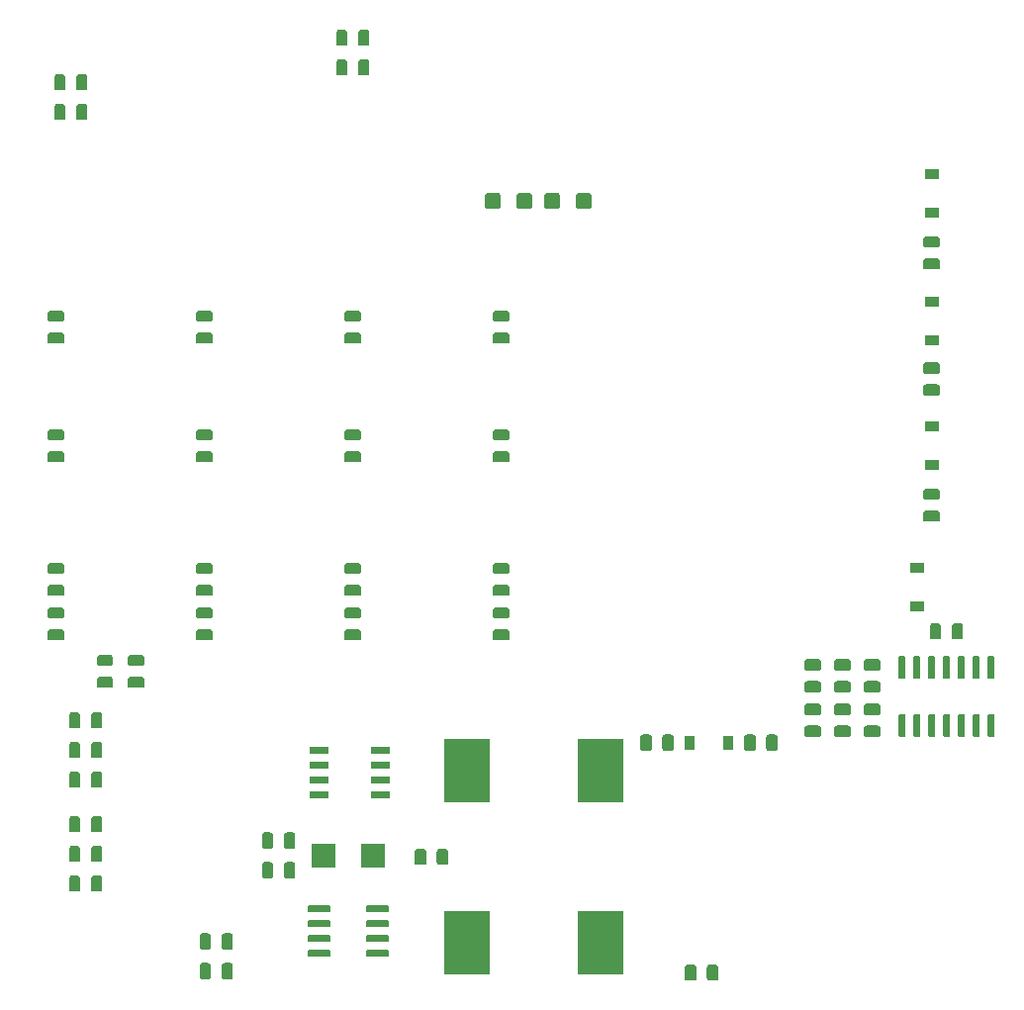
<source format=gtp>
G04 #@! TF.GenerationSoftware,KiCad,Pcbnew,5.99.0-unknown-43514a1~86~ubuntu18.04.1*
G04 #@! TF.CreationDate,2020-06-17T19:02:55+01:00*
G04 #@! TF.ProjectId,TX_BOARD,54585f42-4f41-4524-942e-6b696361645f,rev?*
G04 #@! TF.SameCoordinates,Original*
G04 #@! TF.FileFunction,Paste,Top*
G04 #@! TF.FilePolarity,Positive*
%FSLAX46Y46*%
G04 Gerber Fmt 4.6, Leading zero omitted, Abs format (unit mm)*
G04 Created by KiCad (PCBNEW 5.99.0-unknown-43514a1~86~ubuntu18.04.1) date 2020-06-17 19:02:55*
%MOMM*%
%LPD*%
G01*
G04 APERTURE LIST*
%ADD10R,1.200000X0.900000*%
%ADD11R,2.000000X2.000000*%
%ADD12R,4.000000X5.400000*%
%ADD13R,0.900000X1.200000*%
G04 APERTURE END LIST*
G36*
X112780529Y-145241554D02*
G01*
X112859607Y-145294393D01*
X112912446Y-145373471D01*
X112931000Y-145466750D01*
X112931000Y-146379250D01*
X112912446Y-146472529D01*
X112859607Y-146551607D01*
X112780529Y-146604446D01*
X112687250Y-146623000D01*
X112199750Y-146623000D01*
X112106471Y-146604446D01*
X112027393Y-146551607D01*
X111974554Y-146472529D01*
X111956000Y-146379250D01*
X111956000Y-145466750D01*
X111974554Y-145373471D01*
X112027393Y-145294393D01*
X112106471Y-145241554D01*
X112199750Y-145223000D01*
X112687250Y-145223000D01*
X112780529Y-145241554D01*
G37*
G36*
X110905529Y-145241554D02*
G01*
X110984607Y-145294393D01*
X111037446Y-145373471D01*
X111056000Y-145466750D01*
X111056000Y-146379250D01*
X111037446Y-146472529D01*
X110984607Y-146551607D01*
X110905529Y-146604446D01*
X110812250Y-146623000D01*
X110324750Y-146623000D01*
X110231471Y-146604446D01*
X110152393Y-146551607D01*
X110099554Y-146472529D01*
X110081000Y-146379250D01*
X110081000Y-145466750D01*
X110099554Y-145373471D01*
X110152393Y-145294393D01*
X110231471Y-145241554D01*
X110324750Y-145223000D01*
X110812250Y-145223000D01*
X110905529Y-145241554D01*
G37*
G36*
X112780529Y-142701554D02*
G01*
X112859607Y-142754393D01*
X112912446Y-142833471D01*
X112931000Y-142926750D01*
X112931000Y-143839250D01*
X112912446Y-143932529D01*
X112859607Y-144011607D01*
X112780529Y-144064446D01*
X112687250Y-144083000D01*
X112199750Y-144083000D01*
X112106471Y-144064446D01*
X112027393Y-144011607D01*
X111974554Y-143932529D01*
X111956000Y-143839250D01*
X111956000Y-142926750D01*
X111974554Y-142833471D01*
X112027393Y-142754393D01*
X112106471Y-142701554D01*
X112199750Y-142683000D01*
X112687250Y-142683000D01*
X112780529Y-142701554D01*
G37*
G36*
X110905529Y-142701554D02*
G01*
X110984607Y-142754393D01*
X111037446Y-142833471D01*
X111056000Y-142926750D01*
X111056000Y-143839250D01*
X111037446Y-143932529D01*
X110984607Y-144011607D01*
X110905529Y-144064446D01*
X110812250Y-144083000D01*
X110324750Y-144083000D01*
X110231471Y-144064446D01*
X110152393Y-144011607D01*
X110099554Y-143932529D01*
X110081000Y-143839250D01*
X110081000Y-142926750D01*
X110099554Y-142833471D01*
X110152393Y-142754393D01*
X110231471Y-142701554D01*
X110324750Y-142683000D01*
X110812250Y-142683000D01*
X110905529Y-142701554D01*
G37*
G36*
X175264529Y-116158554D02*
G01*
X175343607Y-116211393D01*
X175396446Y-116290471D01*
X175415000Y-116383750D01*
X175415000Y-117296250D01*
X175396446Y-117389529D01*
X175343607Y-117468607D01*
X175264529Y-117521446D01*
X175171250Y-117540000D01*
X174683750Y-117540000D01*
X174590471Y-117521446D01*
X174511393Y-117468607D01*
X174458554Y-117389529D01*
X174440000Y-117296250D01*
X174440000Y-116383750D01*
X174458554Y-116290471D01*
X174511393Y-116211393D01*
X174590471Y-116158554D01*
X174683750Y-116140000D01*
X175171250Y-116140000D01*
X175264529Y-116158554D01*
G37*
G36*
X173389529Y-116158554D02*
G01*
X173468607Y-116211393D01*
X173521446Y-116290471D01*
X173540000Y-116383750D01*
X173540000Y-117296250D01*
X173521446Y-117389529D01*
X173468607Y-117468607D01*
X173389529Y-117521446D01*
X173296250Y-117540000D01*
X172808750Y-117540000D01*
X172715471Y-117521446D01*
X172636393Y-117468607D01*
X172583554Y-117389529D01*
X172565000Y-117296250D01*
X172565000Y-116383750D01*
X172583554Y-116290471D01*
X172636393Y-116211393D01*
X172715471Y-116158554D01*
X172808750Y-116140000D01*
X173296250Y-116140000D01*
X173389529Y-116158554D01*
G37*
D10*
X172720001Y-81025000D03*
X172720001Y-77725000D03*
G36*
X126293404Y-126711418D02*
G01*
X126342067Y-126743934D01*
X126374583Y-126792597D01*
X126386001Y-126850000D01*
X126386001Y-127150000D01*
X126374583Y-127207403D01*
X126342067Y-127256066D01*
X126293404Y-127288582D01*
X126236001Y-127300000D01*
X124886001Y-127300000D01*
X124828598Y-127288582D01*
X124779935Y-127256066D01*
X124747419Y-127207403D01*
X124736001Y-127150000D01*
X124736001Y-126850000D01*
X124747419Y-126792597D01*
X124779935Y-126743934D01*
X124828598Y-126711418D01*
X124886001Y-126700000D01*
X126236001Y-126700000D01*
X126293404Y-126711418D01*
G37*
G36*
X126293404Y-127981418D02*
G01*
X126342067Y-128013934D01*
X126374583Y-128062597D01*
X126386001Y-128120000D01*
X126386001Y-128420000D01*
X126374583Y-128477403D01*
X126342067Y-128526066D01*
X126293404Y-128558582D01*
X126236001Y-128570000D01*
X124886001Y-128570000D01*
X124828598Y-128558582D01*
X124779935Y-128526066D01*
X124747419Y-128477403D01*
X124736001Y-128420000D01*
X124736001Y-128120000D01*
X124747419Y-128062597D01*
X124779935Y-128013934D01*
X124828598Y-127981418D01*
X124886001Y-127970000D01*
X126236001Y-127970000D01*
X126293404Y-127981418D01*
G37*
G36*
X126293404Y-129251418D02*
G01*
X126342067Y-129283934D01*
X126374583Y-129332597D01*
X126386001Y-129390000D01*
X126386001Y-129690000D01*
X126374583Y-129747403D01*
X126342067Y-129796066D01*
X126293404Y-129828582D01*
X126236001Y-129840000D01*
X124886001Y-129840000D01*
X124828598Y-129828582D01*
X124779935Y-129796066D01*
X124747419Y-129747403D01*
X124736001Y-129690000D01*
X124736001Y-129390000D01*
X124747419Y-129332597D01*
X124779935Y-129283934D01*
X124828598Y-129251418D01*
X124886001Y-129240000D01*
X126236001Y-129240000D01*
X126293404Y-129251418D01*
G37*
G36*
X126293404Y-130521418D02*
G01*
X126342067Y-130553934D01*
X126374583Y-130602597D01*
X126386001Y-130660000D01*
X126386001Y-130960000D01*
X126374583Y-131017403D01*
X126342067Y-131066066D01*
X126293404Y-131098582D01*
X126236001Y-131110000D01*
X124886001Y-131110000D01*
X124828598Y-131098582D01*
X124779935Y-131066066D01*
X124747419Y-131017403D01*
X124736001Y-130960000D01*
X124736001Y-130660000D01*
X124747419Y-130602597D01*
X124779935Y-130553934D01*
X124828598Y-130521418D01*
X124886001Y-130510000D01*
X126236001Y-130510000D01*
X126293404Y-130521418D01*
G37*
G36*
X121043404Y-130521418D02*
G01*
X121092067Y-130553934D01*
X121124583Y-130602597D01*
X121136001Y-130660000D01*
X121136001Y-130960000D01*
X121124583Y-131017403D01*
X121092067Y-131066066D01*
X121043404Y-131098582D01*
X120986001Y-131110000D01*
X119636001Y-131110000D01*
X119578598Y-131098582D01*
X119529935Y-131066066D01*
X119497419Y-131017403D01*
X119486001Y-130960000D01*
X119486001Y-130660000D01*
X119497419Y-130602597D01*
X119529935Y-130553934D01*
X119578598Y-130521418D01*
X119636001Y-130510000D01*
X120986001Y-130510000D01*
X121043404Y-130521418D01*
G37*
G36*
X121043404Y-129251418D02*
G01*
X121092067Y-129283934D01*
X121124583Y-129332597D01*
X121136001Y-129390000D01*
X121136001Y-129690000D01*
X121124583Y-129747403D01*
X121092067Y-129796066D01*
X121043404Y-129828582D01*
X120986001Y-129840000D01*
X119636001Y-129840000D01*
X119578598Y-129828582D01*
X119529935Y-129796066D01*
X119497419Y-129747403D01*
X119486001Y-129690000D01*
X119486001Y-129390000D01*
X119497419Y-129332597D01*
X119529935Y-129283934D01*
X119578598Y-129251418D01*
X119636001Y-129240000D01*
X120986001Y-129240000D01*
X121043404Y-129251418D01*
G37*
G36*
X121043404Y-127981418D02*
G01*
X121092067Y-128013934D01*
X121124583Y-128062597D01*
X121136001Y-128120000D01*
X121136001Y-128420000D01*
X121124583Y-128477403D01*
X121092067Y-128526066D01*
X121043404Y-128558582D01*
X120986001Y-128570000D01*
X119636001Y-128570000D01*
X119578598Y-128558582D01*
X119529935Y-128526066D01*
X119497419Y-128477403D01*
X119486001Y-128420000D01*
X119486001Y-128120000D01*
X119497419Y-128062597D01*
X119529935Y-128013934D01*
X119578598Y-127981418D01*
X119636001Y-127970000D01*
X120986001Y-127970000D01*
X121043404Y-127981418D01*
G37*
G36*
X121043404Y-126711418D02*
G01*
X121092067Y-126743934D01*
X121124583Y-126792597D01*
X121136001Y-126850000D01*
X121136001Y-127150000D01*
X121124583Y-127207403D01*
X121092067Y-127256066D01*
X121043404Y-127288582D01*
X120986001Y-127300000D01*
X119636001Y-127300000D01*
X119578598Y-127288582D01*
X119529935Y-127256066D01*
X119497419Y-127207403D01*
X119486001Y-127150000D01*
X119486001Y-126850000D01*
X119497419Y-126792597D01*
X119529935Y-126743934D01*
X119578598Y-126711418D01*
X119636001Y-126700000D01*
X120986001Y-126700000D01*
X121043404Y-126711418D01*
G37*
G36*
X118114530Y-134065554D02*
G01*
X118193608Y-134118393D01*
X118246447Y-134197471D01*
X118265001Y-134290750D01*
X118265001Y-135203250D01*
X118246447Y-135296529D01*
X118193608Y-135375607D01*
X118114530Y-135428446D01*
X118021251Y-135447000D01*
X117533751Y-135447000D01*
X117440472Y-135428446D01*
X117361394Y-135375607D01*
X117308555Y-135296529D01*
X117290001Y-135203250D01*
X117290001Y-134290750D01*
X117308555Y-134197471D01*
X117361394Y-134118393D01*
X117440472Y-134065554D01*
X117533751Y-134047000D01*
X118021251Y-134047000D01*
X118114530Y-134065554D01*
G37*
G36*
X116239530Y-134065554D02*
G01*
X116318608Y-134118393D01*
X116371447Y-134197471D01*
X116390001Y-134290750D01*
X116390001Y-135203250D01*
X116371447Y-135296529D01*
X116318608Y-135375607D01*
X116239530Y-135428446D01*
X116146251Y-135447000D01*
X115658751Y-135447000D01*
X115565472Y-135428446D01*
X115486394Y-135375607D01*
X115433555Y-135296529D01*
X115415001Y-135203250D01*
X115415001Y-134290750D01*
X115433555Y-134197471D01*
X115486394Y-134118393D01*
X115565472Y-134065554D01*
X115658751Y-134047000D01*
X116146251Y-134047000D01*
X116239530Y-134065554D01*
G37*
G36*
X118114530Y-136605554D02*
G01*
X118193608Y-136658393D01*
X118246447Y-136737471D01*
X118265001Y-136830750D01*
X118265001Y-137743250D01*
X118246447Y-137836529D01*
X118193608Y-137915607D01*
X118114530Y-137968446D01*
X118021251Y-137987000D01*
X117533751Y-137987000D01*
X117440472Y-137968446D01*
X117361394Y-137915607D01*
X117308555Y-137836529D01*
X117290001Y-137743250D01*
X117290001Y-136830750D01*
X117308555Y-136737471D01*
X117361394Y-136658393D01*
X117440472Y-136605554D01*
X117533751Y-136587000D01*
X118021251Y-136587000D01*
X118114530Y-136605554D01*
G37*
G36*
X116239530Y-136605554D02*
G01*
X116318608Y-136658393D01*
X116371447Y-136737471D01*
X116390001Y-136830750D01*
X116390001Y-137743250D01*
X116371447Y-137836529D01*
X116318608Y-137915607D01*
X116239530Y-137968446D01*
X116146251Y-137987000D01*
X115658751Y-137987000D01*
X115565472Y-137968446D01*
X115486394Y-137915607D01*
X115433555Y-137836529D01*
X115415001Y-137743250D01*
X115415001Y-136830750D01*
X115433555Y-136737471D01*
X115486394Y-136658393D01*
X115565472Y-136605554D01*
X115658751Y-136587000D01*
X116146251Y-136587000D01*
X116239530Y-136605554D01*
G37*
D11*
X120709001Y-136017000D03*
X124909001Y-136017000D03*
D12*
X132934001Y-143510000D03*
X144434001Y-143510000D03*
X144434001Y-128778000D03*
X132934001Y-128778000D03*
G36*
X138420672Y-79354030D02*
G01*
X138501778Y-79408223D01*
X138555971Y-79489329D01*
X138575001Y-79584999D01*
X138575001Y-80435001D01*
X138555971Y-80530671D01*
X138501778Y-80611777D01*
X138420672Y-80665970D01*
X138325002Y-80685000D01*
X137425000Y-80685000D01*
X137329330Y-80665970D01*
X137248224Y-80611777D01*
X137194031Y-80530671D01*
X137175001Y-80435001D01*
X137175001Y-79584999D01*
X137194031Y-79489329D01*
X137248224Y-79408223D01*
X137329330Y-79354030D01*
X137425000Y-79335000D01*
X138325002Y-79335000D01*
X138420672Y-79354030D01*
G37*
G36*
X135720672Y-79354030D02*
G01*
X135801778Y-79408223D01*
X135855971Y-79489329D01*
X135875001Y-79584999D01*
X135875001Y-80435001D01*
X135855971Y-80530671D01*
X135801778Y-80611777D01*
X135720672Y-80665970D01*
X135625002Y-80685000D01*
X134725000Y-80685000D01*
X134629330Y-80665970D01*
X134548224Y-80611777D01*
X134494031Y-80530671D01*
X134475001Y-80435001D01*
X134475001Y-79584999D01*
X134494031Y-79489329D01*
X134548224Y-79408223D01*
X134629330Y-79354030D01*
X134725000Y-79335000D01*
X135625002Y-79335000D01*
X135720672Y-79354030D01*
G37*
G36*
X140800672Y-79354030D02*
G01*
X140881778Y-79408223D01*
X140935971Y-79489329D01*
X140955001Y-79584999D01*
X140955001Y-80435001D01*
X140935971Y-80530671D01*
X140881778Y-80611777D01*
X140800672Y-80665970D01*
X140705002Y-80685000D01*
X139805000Y-80685000D01*
X139709330Y-80665970D01*
X139628224Y-80611777D01*
X139574031Y-80530671D01*
X139555001Y-80435001D01*
X139555001Y-79584999D01*
X139574031Y-79489329D01*
X139628224Y-79408223D01*
X139709330Y-79354030D01*
X139805000Y-79335000D01*
X140705002Y-79335000D01*
X140800672Y-79354030D01*
G37*
G36*
X143500672Y-79354030D02*
G01*
X143581778Y-79408223D01*
X143635971Y-79489329D01*
X143655001Y-79584999D01*
X143655001Y-80435001D01*
X143635971Y-80530671D01*
X143581778Y-80611777D01*
X143500672Y-80665970D01*
X143405002Y-80685000D01*
X142505000Y-80685000D01*
X142409330Y-80665970D01*
X142328224Y-80611777D01*
X142274031Y-80530671D01*
X142255001Y-80435001D01*
X142255001Y-79584999D01*
X142274031Y-79489329D01*
X142328224Y-79408223D01*
X142409330Y-79354030D01*
X142505000Y-79335000D01*
X143405002Y-79335000D01*
X143500672Y-79354030D01*
G37*
G36*
X101604530Y-135208554D02*
G01*
X101683608Y-135261393D01*
X101736447Y-135340471D01*
X101755001Y-135433750D01*
X101755001Y-136346250D01*
X101736447Y-136439529D01*
X101683608Y-136518607D01*
X101604530Y-136571446D01*
X101511251Y-136590000D01*
X101023751Y-136590000D01*
X100930472Y-136571446D01*
X100851394Y-136518607D01*
X100798555Y-136439529D01*
X100780001Y-136346250D01*
X100780001Y-135433750D01*
X100798555Y-135340471D01*
X100851394Y-135261393D01*
X100930472Y-135208554D01*
X101023751Y-135190000D01*
X101511251Y-135190000D01*
X101604530Y-135208554D01*
G37*
G36*
X99729530Y-135208554D02*
G01*
X99808608Y-135261393D01*
X99861447Y-135340471D01*
X99880001Y-135433750D01*
X99880001Y-136346250D01*
X99861447Y-136439529D01*
X99808608Y-136518607D01*
X99729530Y-136571446D01*
X99636251Y-136590000D01*
X99148751Y-136590000D01*
X99055472Y-136571446D01*
X98976394Y-136518607D01*
X98923555Y-136439529D01*
X98905001Y-136346250D01*
X98905001Y-135433750D01*
X98923555Y-135340471D01*
X98976394Y-135261393D01*
X99055472Y-135208554D01*
X99148751Y-135190000D01*
X99636251Y-135190000D01*
X99729530Y-135208554D01*
G37*
G36*
X98339530Y-91273554D02*
G01*
X98418608Y-91326393D01*
X98471447Y-91405471D01*
X98490001Y-91498750D01*
X98490001Y-91986250D01*
X98471447Y-92079529D01*
X98418608Y-92158607D01*
X98339530Y-92211446D01*
X98246251Y-92230000D01*
X97333751Y-92230000D01*
X97240472Y-92211446D01*
X97161394Y-92158607D01*
X97108555Y-92079529D01*
X97090001Y-91986250D01*
X97090001Y-91498750D01*
X97108555Y-91405471D01*
X97161394Y-91326393D01*
X97240472Y-91273554D01*
X97333751Y-91255000D01*
X98246251Y-91255000D01*
X98339530Y-91273554D01*
G37*
G36*
X98339530Y-89398554D02*
G01*
X98418608Y-89451393D01*
X98471447Y-89530471D01*
X98490001Y-89623750D01*
X98490001Y-90111250D01*
X98471447Y-90204529D01*
X98418608Y-90283607D01*
X98339530Y-90336446D01*
X98246251Y-90355000D01*
X97333751Y-90355000D01*
X97240472Y-90336446D01*
X97161394Y-90283607D01*
X97108555Y-90204529D01*
X97090001Y-90111250D01*
X97090001Y-89623750D01*
X97108555Y-89530471D01*
X97161394Y-89451393D01*
X97240472Y-89398554D01*
X97333751Y-89380000D01*
X98246251Y-89380000D01*
X98339530Y-89398554D01*
G37*
G36*
X111039530Y-91273554D02*
G01*
X111118608Y-91326393D01*
X111171447Y-91405471D01*
X111190001Y-91498750D01*
X111190001Y-91986250D01*
X111171447Y-92079529D01*
X111118608Y-92158607D01*
X111039530Y-92211446D01*
X110946251Y-92230000D01*
X110033751Y-92230000D01*
X109940472Y-92211446D01*
X109861394Y-92158607D01*
X109808555Y-92079529D01*
X109790001Y-91986250D01*
X109790001Y-91498750D01*
X109808555Y-91405471D01*
X109861394Y-91326393D01*
X109940472Y-91273554D01*
X110033751Y-91255000D01*
X110946251Y-91255000D01*
X111039530Y-91273554D01*
G37*
G36*
X111039530Y-89398554D02*
G01*
X111118608Y-89451393D01*
X111171447Y-89530471D01*
X111190001Y-89623750D01*
X111190001Y-90111250D01*
X111171447Y-90204529D01*
X111118608Y-90283607D01*
X111039530Y-90336446D01*
X110946251Y-90355000D01*
X110033751Y-90355000D01*
X109940472Y-90336446D01*
X109861394Y-90283607D01*
X109808555Y-90204529D01*
X109790001Y-90111250D01*
X109790001Y-89623750D01*
X109808555Y-89530471D01*
X109861394Y-89451393D01*
X109940472Y-89398554D01*
X110033751Y-89380000D01*
X110946251Y-89380000D01*
X111039530Y-89398554D01*
G37*
G36*
X123739530Y-91273554D02*
G01*
X123818608Y-91326393D01*
X123871447Y-91405471D01*
X123890001Y-91498750D01*
X123890001Y-91986250D01*
X123871447Y-92079529D01*
X123818608Y-92158607D01*
X123739530Y-92211446D01*
X123646251Y-92230000D01*
X122733751Y-92230000D01*
X122640472Y-92211446D01*
X122561394Y-92158607D01*
X122508555Y-92079529D01*
X122490001Y-91986250D01*
X122490001Y-91498750D01*
X122508555Y-91405471D01*
X122561394Y-91326393D01*
X122640472Y-91273554D01*
X122733751Y-91255000D01*
X123646251Y-91255000D01*
X123739530Y-91273554D01*
G37*
G36*
X123739530Y-89398554D02*
G01*
X123818608Y-89451393D01*
X123871447Y-89530471D01*
X123890001Y-89623750D01*
X123890001Y-90111250D01*
X123871447Y-90204529D01*
X123818608Y-90283607D01*
X123739530Y-90336446D01*
X123646251Y-90355000D01*
X122733751Y-90355000D01*
X122640472Y-90336446D01*
X122561394Y-90283607D01*
X122508555Y-90204529D01*
X122490001Y-90111250D01*
X122490001Y-89623750D01*
X122508555Y-89530471D01*
X122561394Y-89451393D01*
X122640472Y-89398554D01*
X122733751Y-89380000D01*
X123646251Y-89380000D01*
X123739530Y-89398554D01*
G37*
G36*
X136439530Y-91273554D02*
G01*
X136518608Y-91326393D01*
X136571447Y-91405471D01*
X136590001Y-91498750D01*
X136590001Y-91986250D01*
X136571447Y-92079529D01*
X136518608Y-92158607D01*
X136439530Y-92211446D01*
X136346251Y-92230000D01*
X135433751Y-92230000D01*
X135340472Y-92211446D01*
X135261394Y-92158607D01*
X135208555Y-92079529D01*
X135190001Y-91986250D01*
X135190001Y-91498750D01*
X135208555Y-91405471D01*
X135261394Y-91326393D01*
X135340472Y-91273554D01*
X135433751Y-91255000D01*
X136346251Y-91255000D01*
X136439530Y-91273554D01*
G37*
G36*
X136439530Y-89398554D02*
G01*
X136518608Y-89451393D01*
X136571447Y-89530471D01*
X136590001Y-89623750D01*
X136590001Y-90111250D01*
X136571447Y-90204529D01*
X136518608Y-90283607D01*
X136439530Y-90336446D01*
X136346251Y-90355000D01*
X135433751Y-90355000D01*
X135340472Y-90336446D01*
X135261394Y-90283607D01*
X135208555Y-90204529D01*
X135190001Y-90111250D01*
X135190001Y-89623750D01*
X135208555Y-89530471D01*
X135261394Y-89451393D01*
X135340472Y-89398554D01*
X135433751Y-89380000D01*
X136346251Y-89380000D01*
X136439530Y-89398554D01*
G37*
G36*
X98339530Y-101433554D02*
G01*
X98418608Y-101486393D01*
X98471447Y-101565471D01*
X98490001Y-101658750D01*
X98490001Y-102146250D01*
X98471447Y-102239529D01*
X98418608Y-102318607D01*
X98339530Y-102371446D01*
X98246251Y-102390000D01*
X97333751Y-102390000D01*
X97240472Y-102371446D01*
X97161394Y-102318607D01*
X97108555Y-102239529D01*
X97090001Y-102146250D01*
X97090001Y-101658750D01*
X97108555Y-101565471D01*
X97161394Y-101486393D01*
X97240472Y-101433554D01*
X97333751Y-101415000D01*
X98246251Y-101415000D01*
X98339530Y-101433554D01*
G37*
G36*
X98339530Y-99558554D02*
G01*
X98418608Y-99611393D01*
X98471447Y-99690471D01*
X98490001Y-99783750D01*
X98490001Y-100271250D01*
X98471447Y-100364529D01*
X98418608Y-100443607D01*
X98339530Y-100496446D01*
X98246251Y-100515000D01*
X97333751Y-100515000D01*
X97240472Y-100496446D01*
X97161394Y-100443607D01*
X97108555Y-100364529D01*
X97090001Y-100271250D01*
X97090001Y-99783750D01*
X97108555Y-99690471D01*
X97161394Y-99611393D01*
X97240472Y-99558554D01*
X97333751Y-99540000D01*
X98246251Y-99540000D01*
X98339530Y-99558554D01*
G37*
G36*
X111039530Y-101433554D02*
G01*
X111118608Y-101486393D01*
X111171447Y-101565471D01*
X111190001Y-101658750D01*
X111190001Y-102146250D01*
X111171447Y-102239529D01*
X111118608Y-102318607D01*
X111039530Y-102371446D01*
X110946251Y-102390000D01*
X110033751Y-102390000D01*
X109940472Y-102371446D01*
X109861394Y-102318607D01*
X109808555Y-102239529D01*
X109790001Y-102146250D01*
X109790001Y-101658750D01*
X109808555Y-101565471D01*
X109861394Y-101486393D01*
X109940472Y-101433554D01*
X110033751Y-101415000D01*
X110946251Y-101415000D01*
X111039530Y-101433554D01*
G37*
G36*
X111039530Y-99558554D02*
G01*
X111118608Y-99611393D01*
X111171447Y-99690471D01*
X111190001Y-99783750D01*
X111190001Y-100271250D01*
X111171447Y-100364529D01*
X111118608Y-100443607D01*
X111039530Y-100496446D01*
X110946251Y-100515000D01*
X110033751Y-100515000D01*
X109940472Y-100496446D01*
X109861394Y-100443607D01*
X109808555Y-100364529D01*
X109790001Y-100271250D01*
X109790001Y-99783750D01*
X109808555Y-99690471D01*
X109861394Y-99611393D01*
X109940472Y-99558554D01*
X110033751Y-99540000D01*
X110946251Y-99540000D01*
X111039530Y-99558554D01*
G37*
G36*
X123739530Y-101433554D02*
G01*
X123818608Y-101486393D01*
X123871447Y-101565471D01*
X123890001Y-101658750D01*
X123890001Y-102146250D01*
X123871447Y-102239529D01*
X123818608Y-102318607D01*
X123739530Y-102371446D01*
X123646251Y-102390000D01*
X122733751Y-102390000D01*
X122640472Y-102371446D01*
X122561394Y-102318607D01*
X122508555Y-102239529D01*
X122490001Y-102146250D01*
X122490001Y-101658750D01*
X122508555Y-101565471D01*
X122561394Y-101486393D01*
X122640472Y-101433554D01*
X122733751Y-101415000D01*
X123646251Y-101415000D01*
X123739530Y-101433554D01*
G37*
G36*
X123739530Y-99558554D02*
G01*
X123818608Y-99611393D01*
X123871447Y-99690471D01*
X123890001Y-99783750D01*
X123890001Y-100271250D01*
X123871447Y-100364529D01*
X123818608Y-100443607D01*
X123739530Y-100496446D01*
X123646251Y-100515000D01*
X122733751Y-100515000D01*
X122640472Y-100496446D01*
X122561394Y-100443607D01*
X122508555Y-100364529D01*
X122490001Y-100271250D01*
X122490001Y-99783750D01*
X122508555Y-99690471D01*
X122561394Y-99611393D01*
X122640472Y-99558554D01*
X122733751Y-99540000D01*
X123646251Y-99540000D01*
X123739530Y-99558554D01*
G37*
G36*
X136439530Y-101433554D02*
G01*
X136518608Y-101486393D01*
X136571447Y-101565471D01*
X136590001Y-101658750D01*
X136590001Y-102146250D01*
X136571447Y-102239529D01*
X136518608Y-102318607D01*
X136439530Y-102371446D01*
X136346251Y-102390000D01*
X135433751Y-102390000D01*
X135340472Y-102371446D01*
X135261394Y-102318607D01*
X135208555Y-102239529D01*
X135190001Y-102146250D01*
X135190001Y-101658750D01*
X135208555Y-101565471D01*
X135261394Y-101486393D01*
X135340472Y-101433554D01*
X135433751Y-101415000D01*
X136346251Y-101415000D01*
X136439530Y-101433554D01*
G37*
G36*
X136439530Y-99558554D02*
G01*
X136518608Y-99611393D01*
X136571447Y-99690471D01*
X136590001Y-99783750D01*
X136590001Y-100271250D01*
X136571447Y-100364529D01*
X136518608Y-100443607D01*
X136439530Y-100496446D01*
X136346251Y-100515000D01*
X135433751Y-100515000D01*
X135340472Y-100496446D01*
X135261394Y-100443607D01*
X135208555Y-100364529D01*
X135190001Y-100271250D01*
X135190001Y-99783750D01*
X135208555Y-99690471D01*
X135261394Y-99611393D01*
X135340472Y-99558554D01*
X135433751Y-99540000D01*
X136346251Y-99540000D01*
X136439530Y-99558554D01*
G37*
G36*
X98339530Y-112863554D02*
G01*
X98418608Y-112916393D01*
X98471447Y-112995471D01*
X98490001Y-113088750D01*
X98490001Y-113576250D01*
X98471447Y-113669529D01*
X98418608Y-113748607D01*
X98339530Y-113801446D01*
X98246251Y-113820000D01*
X97333751Y-113820000D01*
X97240472Y-113801446D01*
X97161394Y-113748607D01*
X97108555Y-113669529D01*
X97090001Y-113576250D01*
X97090001Y-113088750D01*
X97108555Y-112995471D01*
X97161394Y-112916393D01*
X97240472Y-112863554D01*
X97333751Y-112845000D01*
X98246251Y-112845000D01*
X98339530Y-112863554D01*
G37*
G36*
X98339530Y-110988554D02*
G01*
X98418608Y-111041393D01*
X98471447Y-111120471D01*
X98490001Y-111213750D01*
X98490001Y-111701250D01*
X98471447Y-111794529D01*
X98418608Y-111873607D01*
X98339530Y-111926446D01*
X98246251Y-111945000D01*
X97333751Y-111945000D01*
X97240472Y-111926446D01*
X97161394Y-111873607D01*
X97108555Y-111794529D01*
X97090001Y-111701250D01*
X97090001Y-111213750D01*
X97108555Y-111120471D01*
X97161394Y-111041393D01*
X97240472Y-110988554D01*
X97333751Y-110970000D01*
X98246251Y-110970000D01*
X98339530Y-110988554D01*
G37*
G36*
X111039530Y-112863554D02*
G01*
X111118608Y-112916393D01*
X111171447Y-112995471D01*
X111190001Y-113088750D01*
X111190001Y-113576250D01*
X111171447Y-113669529D01*
X111118608Y-113748607D01*
X111039530Y-113801446D01*
X110946251Y-113820000D01*
X110033751Y-113820000D01*
X109940472Y-113801446D01*
X109861394Y-113748607D01*
X109808555Y-113669529D01*
X109790001Y-113576250D01*
X109790001Y-113088750D01*
X109808555Y-112995471D01*
X109861394Y-112916393D01*
X109940472Y-112863554D01*
X110033751Y-112845000D01*
X110946251Y-112845000D01*
X111039530Y-112863554D01*
G37*
G36*
X111039530Y-110988554D02*
G01*
X111118608Y-111041393D01*
X111171447Y-111120471D01*
X111190001Y-111213750D01*
X111190001Y-111701250D01*
X111171447Y-111794529D01*
X111118608Y-111873607D01*
X111039530Y-111926446D01*
X110946251Y-111945000D01*
X110033751Y-111945000D01*
X109940472Y-111926446D01*
X109861394Y-111873607D01*
X109808555Y-111794529D01*
X109790001Y-111701250D01*
X109790001Y-111213750D01*
X109808555Y-111120471D01*
X109861394Y-111041393D01*
X109940472Y-110988554D01*
X110033751Y-110970000D01*
X110946251Y-110970000D01*
X111039530Y-110988554D01*
G37*
G36*
X123739530Y-112863554D02*
G01*
X123818608Y-112916393D01*
X123871447Y-112995471D01*
X123890001Y-113088750D01*
X123890001Y-113576250D01*
X123871447Y-113669529D01*
X123818608Y-113748607D01*
X123739530Y-113801446D01*
X123646251Y-113820000D01*
X122733751Y-113820000D01*
X122640472Y-113801446D01*
X122561394Y-113748607D01*
X122508555Y-113669529D01*
X122490001Y-113576250D01*
X122490001Y-113088750D01*
X122508555Y-112995471D01*
X122561394Y-112916393D01*
X122640472Y-112863554D01*
X122733751Y-112845000D01*
X123646251Y-112845000D01*
X123739530Y-112863554D01*
G37*
G36*
X123739530Y-110988554D02*
G01*
X123818608Y-111041393D01*
X123871447Y-111120471D01*
X123890001Y-111213750D01*
X123890001Y-111701250D01*
X123871447Y-111794529D01*
X123818608Y-111873607D01*
X123739530Y-111926446D01*
X123646251Y-111945000D01*
X122733751Y-111945000D01*
X122640472Y-111926446D01*
X122561394Y-111873607D01*
X122508555Y-111794529D01*
X122490001Y-111701250D01*
X122490001Y-111213750D01*
X122508555Y-111120471D01*
X122561394Y-111041393D01*
X122640472Y-110988554D01*
X122733751Y-110970000D01*
X123646251Y-110970000D01*
X123739530Y-110988554D01*
G37*
G36*
X136439530Y-112863554D02*
G01*
X136518608Y-112916393D01*
X136571447Y-112995471D01*
X136590001Y-113088750D01*
X136590001Y-113576250D01*
X136571447Y-113669529D01*
X136518608Y-113748607D01*
X136439530Y-113801446D01*
X136346251Y-113820000D01*
X135433751Y-113820000D01*
X135340472Y-113801446D01*
X135261394Y-113748607D01*
X135208555Y-113669529D01*
X135190001Y-113576250D01*
X135190001Y-113088750D01*
X135208555Y-112995471D01*
X135261394Y-112916393D01*
X135340472Y-112863554D01*
X135433751Y-112845000D01*
X136346251Y-112845000D01*
X136439530Y-112863554D01*
G37*
G36*
X136439530Y-110988554D02*
G01*
X136518608Y-111041393D01*
X136571447Y-111120471D01*
X136590001Y-111213750D01*
X136590001Y-111701250D01*
X136571447Y-111794529D01*
X136518608Y-111873607D01*
X136439530Y-111926446D01*
X136346251Y-111945000D01*
X135433751Y-111945000D01*
X135340472Y-111926446D01*
X135261394Y-111873607D01*
X135208555Y-111794529D01*
X135190001Y-111701250D01*
X135190001Y-111213750D01*
X135208555Y-111120471D01*
X135261394Y-111041393D01*
X135340472Y-110988554D01*
X135433751Y-110970000D01*
X136346251Y-110970000D01*
X136439530Y-110988554D01*
G37*
G36*
X98339530Y-114798554D02*
G01*
X98418608Y-114851393D01*
X98471447Y-114930471D01*
X98490001Y-115023750D01*
X98490001Y-115511250D01*
X98471447Y-115604529D01*
X98418608Y-115683607D01*
X98339530Y-115736446D01*
X98246251Y-115755000D01*
X97333751Y-115755000D01*
X97240472Y-115736446D01*
X97161394Y-115683607D01*
X97108555Y-115604529D01*
X97090001Y-115511250D01*
X97090001Y-115023750D01*
X97108555Y-114930471D01*
X97161394Y-114851393D01*
X97240472Y-114798554D01*
X97333751Y-114780000D01*
X98246251Y-114780000D01*
X98339530Y-114798554D01*
G37*
G36*
X98339530Y-116673554D02*
G01*
X98418608Y-116726393D01*
X98471447Y-116805471D01*
X98490001Y-116898750D01*
X98490001Y-117386250D01*
X98471447Y-117479529D01*
X98418608Y-117558607D01*
X98339530Y-117611446D01*
X98246251Y-117630000D01*
X97333751Y-117630000D01*
X97240472Y-117611446D01*
X97161394Y-117558607D01*
X97108555Y-117479529D01*
X97090001Y-117386250D01*
X97090001Y-116898750D01*
X97108555Y-116805471D01*
X97161394Y-116726393D01*
X97240472Y-116673554D01*
X97333751Y-116655000D01*
X98246251Y-116655000D01*
X98339530Y-116673554D01*
G37*
G36*
X111039530Y-114798554D02*
G01*
X111118608Y-114851393D01*
X111171447Y-114930471D01*
X111190001Y-115023750D01*
X111190001Y-115511250D01*
X111171447Y-115604529D01*
X111118608Y-115683607D01*
X111039530Y-115736446D01*
X110946251Y-115755000D01*
X110033751Y-115755000D01*
X109940472Y-115736446D01*
X109861394Y-115683607D01*
X109808555Y-115604529D01*
X109790001Y-115511250D01*
X109790001Y-115023750D01*
X109808555Y-114930471D01*
X109861394Y-114851393D01*
X109940472Y-114798554D01*
X110033751Y-114780000D01*
X110946251Y-114780000D01*
X111039530Y-114798554D01*
G37*
G36*
X111039530Y-116673554D02*
G01*
X111118608Y-116726393D01*
X111171447Y-116805471D01*
X111190001Y-116898750D01*
X111190001Y-117386250D01*
X111171447Y-117479529D01*
X111118608Y-117558607D01*
X111039530Y-117611446D01*
X110946251Y-117630000D01*
X110033751Y-117630000D01*
X109940472Y-117611446D01*
X109861394Y-117558607D01*
X109808555Y-117479529D01*
X109790001Y-117386250D01*
X109790001Y-116898750D01*
X109808555Y-116805471D01*
X109861394Y-116726393D01*
X109940472Y-116673554D01*
X110033751Y-116655000D01*
X110946251Y-116655000D01*
X111039530Y-116673554D01*
G37*
G36*
X123739530Y-114798554D02*
G01*
X123818608Y-114851393D01*
X123871447Y-114930471D01*
X123890001Y-115023750D01*
X123890001Y-115511250D01*
X123871447Y-115604529D01*
X123818608Y-115683607D01*
X123739530Y-115736446D01*
X123646251Y-115755000D01*
X122733751Y-115755000D01*
X122640472Y-115736446D01*
X122561394Y-115683607D01*
X122508555Y-115604529D01*
X122490001Y-115511250D01*
X122490001Y-115023750D01*
X122508555Y-114930471D01*
X122561394Y-114851393D01*
X122640472Y-114798554D01*
X122733751Y-114780000D01*
X123646251Y-114780000D01*
X123739530Y-114798554D01*
G37*
G36*
X123739530Y-116673554D02*
G01*
X123818608Y-116726393D01*
X123871447Y-116805471D01*
X123890001Y-116898750D01*
X123890001Y-117386250D01*
X123871447Y-117479529D01*
X123818608Y-117558607D01*
X123739530Y-117611446D01*
X123646251Y-117630000D01*
X122733751Y-117630000D01*
X122640472Y-117611446D01*
X122561394Y-117558607D01*
X122508555Y-117479529D01*
X122490001Y-117386250D01*
X122490001Y-116898750D01*
X122508555Y-116805471D01*
X122561394Y-116726393D01*
X122640472Y-116673554D01*
X122733751Y-116655000D01*
X123646251Y-116655000D01*
X123739530Y-116673554D01*
G37*
G36*
X136439530Y-114798554D02*
G01*
X136518608Y-114851393D01*
X136571447Y-114930471D01*
X136590001Y-115023750D01*
X136590001Y-115511250D01*
X136571447Y-115604529D01*
X136518608Y-115683607D01*
X136439530Y-115736446D01*
X136346251Y-115755000D01*
X135433751Y-115755000D01*
X135340472Y-115736446D01*
X135261394Y-115683607D01*
X135208555Y-115604529D01*
X135190001Y-115511250D01*
X135190001Y-115023750D01*
X135208555Y-114930471D01*
X135261394Y-114851393D01*
X135340472Y-114798554D01*
X135433751Y-114780000D01*
X136346251Y-114780000D01*
X136439530Y-114798554D01*
G37*
G36*
X136439530Y-116673554D02*
G01*
X136518608Y-116726393D01*
X136571447Y-116805471D01*
X136590001Y-116898750D01*
X136590001Y-117386250D01*
X136571447Y-117479529D01*
X136518608Y-117558607D01*
X136439530Y-117611446D01*
X136346251Y-117630000D01*
X135433751Y-117630000D01*
X135340472Y-117611446D01*
X135261394Y-117558607D01*
X135208555Y-117479529D01*
X135190001Y-117386250D01*
X135190001Y-116898750D01*
X135208555Y-116805471D01*
X135261394Y-116726393D01*
X135340472Y-116673554D01*
X135433751Y-116655000D01*
X136346251Y-116655000D01*
X136439530Y-116673554D01*
G37*
D10*
X172720001Y-102615000D03*
X172720001Y-99315000D03*
X171450001Y-114680000D03*
X171450001Y-111380000D03*
G36*
X173269530Y-106513554D02*
G01*
X173348608Y-106566393D01*
X173401447Y-106645471D01*
X173420001Y-106738750D01*
X173420001Y-107226250D01*
X173401447Y-107319529D01*
X173348608Y-107398607D01*
X173269530Y-107451446D01*
X173176251Y-107470000D01*
X172263751Y-107470000D01*
X172170472Y-107451446D01*
X172091394Y-107398607D01*
X172038555Y-107319529D01*
X172020001Y-107226250D01*
X172020001Y-106738750D01*
X172038555Y-106645471D01*
X172091394Y-106566393D01*
X172170472Y-106513554D01*
X172263751Y-106495000D01*
X173176251Y-106495000D01*
X173269530Y-106513554D01*
G37*
G36*
X173269530Y-104638554D02*
G01*
X173348608Y-104691393D01*
X173401447Y-104770471D01*
X173420001Y-104863750D01*
X173420001Y-105351250D01*
X173401447Y-105444529D01*
X173348608Y-105523607D01*
X173269530Y-105576446D01*
X173176251Y-105595000D01*
X172263751Y-105595000D01*
X172170472Y-105576446D01*
X172091394Y-105523607D01*
X172038555Y-105444529D01*
X172020001Y-105351250D01*
X172020001Y-104863750D01*
X172038555Y-104770471D01*
X172091394Y-104691393D01*
X172170472Y-104638554D01*
X172263751Y-104620000D01*
X173176251Y-104620000D01*
X173269530Y-104638554D01*
G37*
G36*
X173269530Y-95718554D02*
G01*
X173348608Y-95771393D01*
X173401447Y-95850471D01*
X173420001Y-95943750D01*
X173420001Y-96431250D01*
X173401447Y-96524529D01*
X173348608Y-96603607D01*
X173269530Y-96656446D01*
X173176251Y-96675000D01*
X172263751Y-96675000D01*
X172170472Y-96656446D01*
X172091394Y-96603607D01*
X172038555Y-96524529D01*
X172020001Y-96431250D01*
X172020001Y-95943750D01*
X172038555Y-95850471D01*
X172091394Y-95771393D01*
X172170472Y-95718554D01*
X172263751Y-95700000D01*
X173176251Y-95700000D01*
X173269530Y-95718554D01*
G37*
G36*
X173269530Y-93843554D02*
G01*
X173348608Y-93896393D01*
X173401447Y-93975471D01*
X173420001Y-94068750D01*
X173420001Y-94556250D01*
X173401447Y-94649529D01*
X173348608Y-94728607D01*
X173269530Y-94781446D01*
X173176251Y-94800000D01*
X172263751Y-94800000D01*
X172170472Y-94781446D01*
X172091394Y-94728607D01*
X172038555Y-94649529D01*
X172020001Y-94556250D01*
X172020001Y-94068750D01*
X172038555Y-93975471D01*
X172091394Y-93896393D01*
X172170472Y-93843554D01*
X172263751Y-93825000D01*
X173176251Y-93825000D01*
X173269530Y-93843554D01*
G37*
G36*
X173269530Y-84923554D02*
G01*
X173348608Y-84976393D01*
X173401447Y-85055471D01*
X173420001Y-85148750D01*
X173420001Y-85636250D01*
X173401447Y-85729529D01*
X173348608Y-85808607D01*
X173269530Y-85861446D01*
X173176251Y-85880000D01*
X172263751Y-85880000D01*
X172170472Y-85861446D01*
X172091394Y-85808607D01*
X172038555Y-85729529D01*
X172020001Y-85636250D01*
X172020001Y-85148750D01*
X172038555Y-85055471D01*
X172091394Y-84976393D01*
X172170472Y-84923554D01*
X172263751Y-84905000D01*
X173176251Y-84905000D01*
X173269530Y-84923554D01*
G37*
G36*
X173269530Y-83048554D02*
G01*
X173348608Y-83101393D01*
X173401447Y-83180471D01*
X173420001Y-83273750D01*
X173420001Y-83761250D01*
X173401447Y-83854529D01*
X173348608Y-83933607D01*
X173269530Y-83986446D01*
X173176251Y-84005000D01*
X172263751Y-84005000D01*
X172170472Y-83986446D01*
X172091394Y-83933607D01*
X172038555Y-83854529D01*
X172020001Y-83761250D01*
X172020001Y-83273750D01*
X172038555Y-83180471D01*
X172091394Y-83101393D01*
X172170472Y-83048554D01*
X172263751Y-83030000D01*
X173176251Y-83030000D01*
X173269530Y-83048554D01*
G37*
G36*
X105197530Y-120737554D02*
G01*
X105276608Y-120790393D01*
X105329447Y-120869471D01*
X105348001Y-120962750D01*
X105348001Y-121450250D01*
X105329447Y-121543529D01*
X105276608Y-121622607D01*
X105197530Y-121675446D01*
X105104251Y-121694000D01*
X104191751Y-121694000D01*
X104098472Y-121675446D01*
X104019394Y-121622607D01*
X103966555Y-121543529D01*
X103948001Y-121450250D01*
X103948001Y-120962750D01*
X103966555Y-120869471D01*
X104019394Y-120790393D01*
X104098472Y-120737554D01*
X104191751Y-120719000D01*
X105104251Y-120719000D01*
X105197530Y-120737554D01*
G37*
G36*
X105197530Y-118862554D02*
G01*
X105276608Y-118915393D01*
X105329447Y-118994471D01*
X105348001Y-119087750D01*
X105348001Y-119575250D01*
X105329447Y-119668529D01*
X105276608Y-119747607D01*
X105197530Y-119800446D01*
X105104251Y-119819000D01*
X104191751Y-119819000D01*
X104098472Y-119800446D01*
X104019394Y-119747607D01*
X103966555Y-119668529D01*
X103948001Y-119575250D01*
X103948001Y-119087750D01*
X103966555Y-118994471D01*
X104019394Y-118915393D01*
X104098472Y-118862554D01*
X104191751Y-118844000D01*
X105104251Y-118844000D01*
X105197530Y-118862554D01*
G37*
G36*
X102530530Y-118862554D02*
G01*
X102609608Y-118915393D01*
X102662447Y-118994471D01*
X102681001Y-119087750D01*
X102681001Y-119575250D01*
X102662447Y-119668529D01*
X102609608Y-119747607D01*
X102530530Y-119800446D01*
X102437251Y-119819000D01*
X101524751Y-119819000D01*
X101431472Y-119800446D01*
X101352394Y-119747607D01*
X101299555Y-119668529D01*
X101281001Y-119575250D01*
X101281001Y-119087750D01*
X101299555Y-118994471D01*
X101352394Y-118915393D01*
X101431472Y-118862554D01*
X101524751Y-118844000D01*
X102437251Y-118844000D01*
X102530530Y-118862554D01*
G37*
G36*
X102530530Y-120737554D02*
G01*
X102609608Y-120790393D01*
X102662447Y-120869471D01*
X102681001Y-120962750D01*
X102681001Y-121450250D01*
X102662447Y-121543529D01*
X102609608Y-121622607D01*
X102530530Y-121675446D01*
X102437251Y-121694000D01*
X101524751Y-121694000D01*
X101431472Y-121675446D01*
X101352394Y-121622607D01*
X101299555Y-121543529D01*
X101281001Y-121450250D01*
X101281001Y-120962750D01*
X101299555Y-120869471D01*
X101352394Y-120790393D01*
X101431472Y-120737554D01*
X101524751Y-120719000D01*
X102437251Y-120719000D01*
X102530530Y-120737554D01*
G37*
G36*
X122589529Y-65358554D02*
G01*
X122668607Y-65411393D01*
X122721446Y-65490471D01*
X122740000Y-65583750D01*
X122740000Y-66496250D01*
X122721446Y-66589529D01*
X122668607Y-66668607D01*
X122589529Y-66721446D01*
X122496250Y-66740000D01*
X122008750Y-66740000D01*
X121915471Y-66721446D01*
X121836393Y-66668607D01*
X121783554Y-66589529D01*
X121765000Y-66496250D01*
X121765000Y-65583750D01*
X121783554Y-65490471D01*
X121836393Y-65411393D01*
X121915471Y-65358554D01*
X122008750Y-65340000D01*
X122496250Y-65340000D01*
X122589529Y-65358554D01*
G37*
G36*
X124464529Y-65358554D02*
G01*
X124543607Y-65411393D01*
X124596446Y-65490471D01*
X124615000Y-65583750D01*
X124615000Y-66496250D01*
X124596446Y-66589529D01*
X124543607Y-66668607D01*
X124464529Y-66721446D01*
X124371250Y-66740000D01*
X123883750Y-66740000D01*
X123790471Y-66721446D01*
X123711393Y-66668607D01*
X123658554Y-66589529D01*
X123640000Y-66496250D01*
X123640000Y-65583750D01*
X123658554Y-65490471D01*
X123711393Y-65411393D01*
X123790471Y-65358554D01*
X123883750Y-65340000D01*
X124371250Y-65340000D01*
X124464529Y-65358554D01*
G37*
G36*
X98459530Y-71708554D02*
G01*
X98538608Y-71761393D01*
X98591447Y-71840471D01*
X98610001Y-71933750D01*
X98610001Y-72846250D01*
X98591447Y-72939529D01*
X98538608Y-73018607D01*
X98459530Y-73071446D01*
X98366251Y-73090000D01*
X97878751Y-73090000D01*
X97785472Y-73071446D01*
X97706394Y-73018607D01*
X97653555Y-72939529D01*
X97635001Y-72846250D01*
X97635001Y-71933750D01*
X97653555Y-71840471D01*
X97706394Y-71761393D01*
X97785472Y-71708554D01*
X97878751Y-71690000D01*
X98366251Y-71690000D01*
X98459530Y-71708554D01*
G37*
G36*
X100334530Y-71708554D02*
G01*
X100413608Y-71761393D01*
X100466447Y-71840471D01*
X100485001Y-71933750D01*
X100485001Y-72846250D01*
X100466447Y-72939529D01*
X100413608Y-73018607D01*
X100334530Y-73071446D01*
X100241251Y-73090000D01*
X99753751Y-73090000D01*
X99660472Y-73071446D01*
X99581394Y-73018607D01*
X99528555Y-72939529D01*
X99510001Y-72846250D01*
X99510001Y-71933750D01*
X99528555Y-71840471D01*
X99581394Y-71761393D01*
X99660472Y-71708554D01*
X99753751Y-71690000D01*
X100241251Y-71690000D01*
X100334530Y-71708554D01*
G37*
G36*
X101604530Y-126318554D02*
G01*
X101683608Y-126371393D01*
X101736447Y-126450471D01*
X101755001Y-126543750D01*
X101755001Y-127456250D01*
X101736447Y-127549529D01*
X101683608Y-127628607D01*
X101604530Y-127681446D01*
X101511251Y-127700000D01*
X101023751Y-127700000D01*
X100930472Y-127681446D01*
X100851394Y-127628607D01*
X100798555Y-127549529D01*
X100780001Y-127456250D01*
X100780001Y-126543750D01*
X100798555Y-126450471D01*
X100851394Y-126371393D01*
X100930472Y-126318554D01*
X101023751Y-126300000D01*
X101511251Y-126300000D01*
X101604530Y-126318554D01*
G37*
G36*
X99729530Y-126318554D02*
G01*
X99808608Y-126371393D01*
X99861447Y-126450471D01*
X99880001Y-126543750D01*
X99880001Y-127456250D01*
X99861447Y-127549529D01*
X99808608Y-127628607D01*
X99729530Y-127681446D01*
X99636251Y-127700000D01*
X99148751Y-127700000D01*
X99055472Y-127681446D01*
X98976394Y-127628607D01*
X98923555Y-127549529D01*
X98905001Y-127456250D01*
X98905001Y-126543750D01*
X98923555Y-126450471D01*
X98976394Y-126371393D01*
X99055472Y-126318554D01*
X99148751Y-126300000D01*
X99636251Y-126300000D01*
X99729530Y-126318554D01*
G37*
G36*
X122589529Y-67898554D02*
G01*
X122668607Y-67951393D01*
X122721446Y-68030471D01*
X122740000Y-68123750D01*
X122740000Y-69036250D01*
X122721446Y-69129529D01*
X122668607Y-69208607D01*
X122589529Y-69261446D01*
X122496250Y-69280000D01*
X122008750Y-69280000D01*
X121915471Y-69261446D01*
X121836393Y-69208607D01*
X121783554Y-69129529D01*
X121765000Y-69036250D01*
X121765000Y-68123750D01*
X121783554Y-68030471D01*
X121836393Y-67951393D01*
X121915471Y-67898554D01*
X122008750Y-67880000D01*
X122496250Y-67880000D01*
X122589529Y-67898554D01*
G37*
G36*
X124464529Y-67898554D02*
G01*
X124543607Y-67951393D01*
X124596446Y-68030471D01*
X124615000Y-68123750D01*
X124615000Y-69036250D01*
X124596446Y-69129529D01*
X124543607Y-69208607D01*
X124464529Y-69261446D01*
X124371250Y-69280000D01*
X123883750Y-69280000D01*
X123790471Y-69261446D01*
X123711393Y-69208607D01*
X123658554Y-69129529D01*
X123640000Y-69036250D01*
X123640000Y-68123750D01*
X123658554Y-68030471D01*
X123711393Y-67951393D01*
X123790471Y-67898554D01*
X123883750Y-67880000D01*
X124371250Y-67880000D01*
X124464529Y-67898554D01*
G37*
G36*
X98459530Y-69168554D02*
G01*
X98538608Y-69221393D01*
X98591447Y-69300471D01*
X98610001Y-69393750D01*
X98610001Y-70306250D01*
X98591447Y-70399529D01*
X98538608Y-70478607D01*
X98459530Y-70531446D01*
X98366251Y-70550000D01*
X97878751Y-70550000D01*
X97785472Y-70531446D01*
X97706394Y-70478607D01*
X97653555Y-70399529D01*
X97635001Y-70306250D01*
X97635001Y-69393750D01*
X97653555Y-69300471D01*
X97706394Y-69221393D01*
X97785472Y-69168554D01*
X97878751Y-69150000D01*
X98366251Y-69150000D01*
X98459530Y-69168554D01*
G37*
G36*
X100334530Y-69168554D02*
G01*
X100413608Y-69221393D01*
X100466447Y-69300471D01*
X100485001Y-69393750D01*
X100485001Y-70306250D01*
X100466447Y-70399529D01*
X100413608Y-70478607D01*
X100334530Y-70531446D01*
X100241251Y-70550000D01*
X99753751Y-70550000D01*
X99660472Y-70531446D01*
X99581394Y-70478607D01*
X99528555Y-70399529D01*
X99510001Y-70306250D01*
X99510001Y-69393750D01*
X99528555Y-69300471D01*
X99581394Y-69221393D01*
X99660472Y-69168554D01*
X99753751Y-69150000D01*
X100241251Y-69150000D01*
X100334530Y-69168554D01*
G37*
X172720001Y-91947000D03*
X172720001Y-88647000D03*
G36*
X101604530Y-123778554D02*
G01*
X101683608Y-123831393D01*
X101736447Y-123910471D01*
X101755001Y-124003750D01*
X101755001Y-124916250D01*
X101736447Y-125009529D01*
X101683608Y-125088607D01*
X101604530Y-125141446D01*
X101511251Y-125160000D01*
X101023751Y-125160000D01*
X100930472Y-125141446D01*
X100851394Y-125088607D01*
X100798555Y-125009529D01*
X100780001Y-124916250D01*
X100780001Y-124003750D01*
X100798555Y-123910471D01*
X100851394Y-123831393D01*
X100930472Y-123778554D01*
X101023751Y-123760000D01*
X101511251Y-123760000D01*
X101604530Y-123778554D01*
G37*
G36*
X99729530Y-123778554D02*
G01*
X99808608Y-123831393D01*
X99861447Y-123910471D01*
X99880001Y-124003750D01*
X99880001Y-124916250D01*
X99861447Y-125009529D01*
X99808608Y-125088607D01*
X99729530Y-125141446D01*
X99636251Y-125160000D01*
X99148751Y-125160000D01*
X99055472Y-125141446D01*
X98976394Y-125088607D01*
X98923555Y-125009529D01*
X98905001Y-124916250D01*
X98905001Y-124003750D01*
X98923555Y-123910471D01*
X98976394Y-123831393D01*
X99055472Y-123778554D01*
X99148751Y-123760000D01*
X99636251Y-123760000D01*
X99729530Y-123778554D01*
G37*
G36*
X101604530Y-137748554D02*
G01*
X101683608Y-137801393D01*
X101736447Y-137880471D01*
X101755001Y-137973750D01*
X101755001Y-138886250D01*
X101736447Y-138979529D01*
X101683608Y-139058607D01*
X101604530Y-139111446D01*
X101511251Y-139130000D01*
X101023751Y-139130000D01*
X100930472Y-139111446D01*
X100851394Y-139058607D01*
X100798555Y-138979529D01*
X100780001Y-138886250D01*
X100780001Y-137973750D01*
X100798555Y-137880471D01*
X100851394Y-137801393D01*
X100930472Y-137748554D01*
X101023751Y-137730000D01*
X101511251Y-137730000D01*
X101604530Y-137748554D01*
G37*
G36*
X99729530Y-137748554D02*
G01*
X99808608Y-137801393D01*
X99861447Y-137880471D01*
X99880001Y-137973750D01*
X99880001Y-138886250D01*
X99861447Y-138979529D01*
X99808608Y-139058607D01*
X99729530Y-139111446D01*
X99636251Y-139130000D01*
X99148751Y-139130000D01*
X99055472Y-139111446D01*
X98976394Y-139058607D01*
X98923555Y-138979529D01*
X98905001Y-138886250D01*
X98905001Y-137973750D01*
X98923555Y-137880471D01*
X98976394Y-137801393D01*
X99055472Y-137748554D01*
X99148751Y-137730000D01*
X99636251Y-137730000D01*
X99729530Y-137748554D01*
G37*
G36*
X129320530Y-135462554D02*
G01*
X129399608Y-135515393D01*
X129452447Y-135594471D01*
X129471001Y-135687750D01*
X129471001Y-136600250D01*
X129452447Y-136693529D01*
X129399608Y-136772607D01*
X129320530Y-136825446D01*
X129227251Y-136844000D01*
X128739751Y-136844000D01*
X128646472Y-136825446D01*
X128567394Y-136772607D01*
X128514555Y-136693529D01*
X128496001Y-136600250D01*
X128496001Y-135687750D01*
X128514555Y-135594471D01*
X128567394Y-135515393D01*
X128646472Y-135462554D01*
X128739751Y-135444000D01*
X129227251Y-135444000D01*
X129320530Y-135462554D01*
G37*
G36*
X131195530Y-135462554D02*
G01*
X131274608Y-135515393D01*
X131327447Y-135594471D01*
X131346001Y-135687750D01*
X131346001Y-136600250D01*
X131327447Y-136693529D01*
X131274608Y-136772607D01*
X131195530Y-136825446D01*
X131102251Y-136844000D01*
X130614751Y-136844000D01*
X130521472Y-136825446D01*
X130442394Y-136772607D01*
X130389555Y-136693529D01*
X130371001Y-136600250D01*
X130371001Y-135687750D01*
X130389555Y-135594471D01*
X130442394Y-135515393D01*
X130521472Y-135462554D01*
X130614751Y-135444000D01*
X131102251Y-135444000D01*
X131195530Y-135462554D01*
G37*
G36*
X163109530Y-123053554D02*
G01*
X163188608Y-123106393D01*
X163241447Y-123185471D01*
X163260001Y-123278750D01*
X163260001Y-123766250D01*
X163241447Y-123859529D01*
X163188608Y-123938607D01*
X163109530Y-123991446D01*
X163016251Y-124010000D01*
X162103751Y-124010000D01*
X162010472Y-123991446D01*
X161931394Y-123938607D01*
X161878555Y-123859529D01*
X161860001Y-123766250D01*
X161860001Y-123278750D01*
X161878555Y-123185471D01*
X161931394Y-123106393D01*
X162010472Y-123053554D01*
X162103751Y-123035000D01*
X163016251Y-123035000D01*
X163109530Y-123053554D01*
G37*
G36*
X163109530Y-124928554D02*
G01*
X163188608Y-124981393D01*
X163241447Y-125060471D01*
X163260001Y-125153750D01*
X163260001Y-125641250D01*
X163241447Y-125734529D01*
X163188608Y-125813607D01*
X163109530Y-125866446D01*
X163016251Y-125885000D01*
X162103751Y-125885000D01*
X162010472Y-125866446D01*
X161931394Y-125813607D01*
X161878555Y-125734529D01*
X161860001Y-125641250D01*
X161860001Y-125153750D01*
X161878555Y-125060471D01*
X161931394Y-124981393D01*
X162010472Y-124928554D01*
X162103751Y-124910000D01*
X163016251Y-124910000D01*
X163109530Y-124928554D01*
G37*
G36*
X165649530Y-123053554D02*
G01*
X165728608Y-123106393D01*
X165781447Y-123185471D01*
X165800001Y-123278750D01*
X165800001Y-123766250D01*
X165781447Y-123859529D01*
X165728608Y-123938607D01*
X165649530Y-123991446D01*
X165556251Y-124010000D01*
X164643751Y-124010000D01*
X164550472Y-123991446D01*
X164471394Y-123938607D01*
X164418555Y-123859529D01*
X164400001Y-123766250D01*
X164400001Y-123278750D01*
X164418555Y-123185471D01*
X164471394Y-123106393D01*
X164550472Y-123053554D01*
X164643751Y-123035000D01*
X165556251Y-123035000D01*
X165649530Y-123053554D01*
G37*
G36*
X165649530Y-124928554D02*
G01*
X165728608Y-124981393D01*
X165781447Y-125060471D01*
X165800001Y-125153750D01*
X165800001Y-125641250D01*
X165781447Y-125734529D01*
X165728608Y-125813607D01*
X165649530Y-125866446D01*
X165556251Y-125885000D01*
X164643751Y-125885000D01*
X164550472Y-125866446D01*
X164471394Y-125813607D01*
X164418555Y-125734529D01*
X164400001Y-125641250D01*
X164400001Y-125153750D01*
X164418555Y-125060471D01*
X164471394Y-124981393D01*
X164550472Y-124928554D01*
X164643751Y-124910000D01*
X165556251Y-124910000D01*
X165649530Y-124928554D01*
G37*
G36*
X168189530Y-123053554D02*
G01*
X168268608Y-123106393D01*
X168321447Y-123185471D01*
X168340001Y-123278750D01*
X168340001Y-123766250D01*
X168321447Y-123859529D01*
X168268608Y-123938607D01*
X168189530Y-123991446D01*
X168096251Y-124010000D01*
X167183751Y-124010000D01*
X167090472Y-123991446D01*
X167011394Y-123938607D01*
X166958555Y-123859529D01*
X166940001Y-123766250D01*
X166940001Y-123278750D01*
X166958555Y-123185471D01*
X167011394Y-123106393D01*
X167090472Y-123053554D01*
X167183751Y-123035000D01*
X168096251Y-123035000D01*
X168189530Y-123053554D01*
G37*
G36*
X168189530Y-124928554D02*
G01*
X168268608Y-124981393D01*
X168321447Y-125060471D01*
X168340001Y-125153750D01*
X168340001Y-125641250D01*
X168321447Y-125734529D01*
X168268608Y-125813607D01*
X168189530Y-125866446D01*
X168096251Y-125885000D01*
X167183751Y-125885000D01*
X167090472Y-125866446D01*
X167011394Y-125813607D01*
X166958555Y-125734529D01*
X166940001Y-125641250D01*
X166940001Y-125153750D01*
X166958555Y-125060471D01*
X167011394Y-124981393D01*
X167090472Y-124928554D01*
X167183751Y-124910000D01*
X168096251Y-124910000D01*
X168189530Y-124928554D01*
G37*
G36*
X163109530Y-119243554D02*
G01*
X163188608Y-119296393D01*
X163241447Y-119375471D01*
X163260001Y-119468750D01*
X163260001Y-119956250D01*
X163241447Y-120049529D01*
X163188608Y-120128607D01*
X163109530Y-120181446D01*
X163016251Y-120200000D01*
X162103751Y-120200000D01*
X162010472Y-120181446D01*
X161931394Y-120128607D01*
X161878555Y-120049529D01*
X161860001Y-119956250D01*
X161860001Y-119468750D01*
X161878555Y-119375471D01*
X161931394Y-119296393D01*
X162010472Y-119243554D01*
X162103751Y-119225000D01*
X163016251Y-119225000D01*
X163109530Y-119243554D01*
G37*
G36*
X163109530Y-121118554D02*
G01*
X163188608Y-121171393D01*
X163241447Y-121250471D01*
X163260001Y-121343750D01*
X163260001Y-121831250D01*
X163241447Y-121924529D01*
X163188608Y-122003607D01*
X163109530Y-122056446D01*
X163016251Y-122075000D01*
X162103751Y-122075000D01*
X162010472Y-122056446D01*
X161931394Y-122003607D01*
X161878555Y-121924529D01*
X161860001Y-121831250D01*
X161860001Y-121343750D01*
X161878555Y-121250471D01*
X161931394Y-121171393D01*
X162010472Y-121118554D01*
X162103751Y-121100000D01*
X163016251Y-121100000D01*
X163109530Y-121118554D01*
G37*
G36*
X165649530Y-119243554D02*
G01*
X165728608Y-119296393D01*
X165781447Y-119375471D01*
X165800001Y-119468750D01*
X165800001Y-119956250D01*
X165781447Y-120049529D01*
X165728608Y-120128607D01*
X165649530Y-120181446D01*
X165556251Y-120200000D01*
X164643751Y-120200000D01*
X164550472Y-120181446D01*
X164471394Y-120128607D01*
X164418555Y-120049529D01*
X164400001Y-119956250D01*
X164400001Y-119468750D01*
X164418555Y-119375471D01*
X164471394Y-119296393D01*
X164550472Y-119243554D01*
X164643751Y-119225000D01*
X165556251Y-119225000D01*
X165649530Y-119243554D01*
G37*
G36*
X165649530Y-121118554D02*
G01*
X165728608Y-121171393D01*
X165781447Y-121250471D01*
X165800001Y-121343750D01*
X165800001Y-121831250D01*
X165781447Y-121924529D01*
X165728608Y-122003607D01*
X165649530Y-122056446D01*
X165556251Y-122075000D01*
X164643751Y-122075000D01*
X164550472Y-122056446D01*
X164471394Y-122003607D01*
X164418555Y-121924529D01*
X164400001Y-121831250D01*
X164400001Y-121343750D01*
X164418555Y-121250471D01*
X164471394Y-121171393D01*
X164550472Y-121118554D01*
X164643751Y-121100000D01*
X165556251Y-121100000D01*
X165649530Y-121118554D01*
G37*
G36*
X168189530Y-119243554D02*
G01*
X168268608Y-119296393D01*
X168321447Y-119375471D01*
X168340001Y-119468750D01*
X168340001Y-119956250D01*
X168321447Y-120049529D01*
X168268608Y-120128607D01*
X168189530Y-120181446D01*
X168096251Y-120200000D01*
X167183751Y-120200000D01*
X167090472Y-120181446D01*
X167011394Y-120128607D01*
X166958555Y-120049529D01*
X166940001Y-119956250D01*
X166940001Y-119468750D01*
X166958555Y-119375471D01*
X167011394Y-119296393D01*
X167090472Y-119243554D01*
X167183751Y-119225000D01*
X168096251Y-119225000D01*
X168189530Y-119243554D01*
G37*
G36*
X168189530Y-121118554D02*
G01*
X168268608Y-121171393D01*
X168321447Y-121250471D01*
X168340001Y-121343750D01*
X168340001Y-121831250D01*
X168321447Y-121924529D01*
X168268608Y-122003607D01*
X168189530Y-122056446D01*
X168096251Y-122075000D01*
X167183751Y-122075000D01*
X167090472Y-122056446D01*
X167011394Y-122003607D01*
X166958555Y-121924529D01*
X166940001Y-121831250D01*
X166940001Y-121343750D01*
X166958555Y-121250471D01*
X167011394Y-121171393D01*
X167090472Y-121118554D01*
X167183751Y-121100000D01*
X168096251Y-121100000D01*
X168189530Y-121118554D01*
G37*
G36*
X126166404Y-140300418D02*
G01*
X126215067Y-140332934D01*
X126247583Y-140381597D01*
X126259001Y-140439000D01*
X126259001Y-140739000D01*
X126247583Y-140796403D01*
X126215067Y-140845066D01*
X126166404Y-140877582D01*
X126109001Y-140889000D01*
X124459001Y-140889000D01*
X124401598Y-140877582D01*
X124352935Y-140845066D01*
X124320419Y-140796403D01*
X124309001Y-140739000D01*
X124309001Y-140439000D01*
X124320419Y-140381597D01*
X124352935Y-140332934D01*
X124401598Y-140300418D01*
X124459001Y-140289000D01*
X126109001Y-140289000D01*
X126166404Y-140300418D01*
G37*
G36*
X126166404Y-141570418D02*
G01*
X126215067Y-141602934D01*
X126247583Y-141651597D01*
X126259001Y-141709000D01*
X126259001Y-142009000D01*
X126247583Y-142066403D01*
X126215067Y-142115066D01*
X126166404Y-142147582D01*
X126109001Y-142159000D01*
X124459001Y-142159000D01*
X124401598Y-142147582D01*
X124352935Y-142115066D01*
X124320419Y-142066403D01*
X124309001Y-142009000D01*
X124309001Y-141709000D01*
X124320419Y-141651597D01*
X124352935Y-141602934D01*
X124401598Y-141570418D01*
X124459001Y-141559000D01*
X126109001Y-141559000D01*
X126166404Y-141570418D01*
G37*
G36*
X126166404Y-142840418D02*
G01*
X126215067Y-142872934D01*
X126247583Y-142921597D01*
X126259001Y-142979000D01*
X126259001Y-143279000D01*
X126247583Y-143336403D01*
X126215067Y-143385066D01*
X126166404Y-143417582D01*
X126109001Y-143429000D01*
X124459001Y-143429000D01*
X124401598Y-143417582D01*
X124352935Y-143385066D01*
X124320419Y-143336403D01*
X124309001Y-143279000D01*
X124309001Y-142979000D01*
X124320419Y-142921597D01*
X124352935Y-142872934D01*
X124401598Y-142840418D01*
X124459001Y-142829000D01*
X126109001Y-142829000D01*
X126166404Y-142840418D01*
G37*
G36*
X126166404Y-144110418D02*
G01*
X126215067Y-144142934D01*
X126247583Y-144191597D01*
X126259001Y-144249000D01*
X126259001Y-144549000D01*
X126247583Y-144606403D01*
X126215067Y-144655066D01*
X126166404Y-144687582D01*
X126109001Y-144699000D01*
X124459001Y-144699000D01*
X124401598Y-144687582D01*
X124352935Y-144655066D01*
X124320419Y-144606403D01*
X124309001Y-144549000D01*
X124309001Y-144249000D01*
X124320419Y-144191597D01*
X124352935Y-144142934D01*
X124401598Y-144110418D01*
X124459001Y-144099000D01*
X126109001Y-144099000D01*
X126166404Y-144110418D01*
G37*
G36*
X121216404Y-144110418D02*
G01*
X121265067Y-144142934D01*
X121297583Y-144191597D01*
X121309001Y-144249000D01*
X121309001Y-144549000D01*
X121297583Y-144606403D01*
X121265067Y-144655066D01*
X121216404Y-144687582D01*
X121159001Y-144699000D01*
X119509001Y-144699000D01*
X119451598Y-144687582D01*
X119402935Y-144655066D01*
X119370419Y-144606403D01*
X119359001Y-144549000D01*
X119359001Y-144249000D01*
X119370419Y-144191597D01*
X119402935Y-144142934D01*
X119451598Y-144110418D01*
X119509001Y-144099000D01*
X121159001Y-144099000D01*
X121216404Y-144110418D01*
G37*
G36*
X121216404Y-142840418D02*
G01*
X121265067Y-142872934D01*
X121297583Y-142921597D01*
X121309001Y-142979000D01*
X121309001Y-143279000D01*
X121297583Y-143336403D01*
X121265067Y-143385066D01*
X121216404Y-143417582D01*
X121159001Y-143429000D01*
X119509001Y-143429000D01*
X119451598Y-143417582D01*
X119402935Y-143385066D01*
X119370419Y-143336403D01*
X119359001Y-143279000D01*
X119359001Y-142979000D01*
X119370419Y-142921597D01*
X119402935Y-142872934D01*
X119451598Y-142840418D01*
X119509001Y-142829000D01*
X121159001Y-142829000D01*
X121216404Y-142840418D01*
G37*
G36*
X121216404Y-141570418D02*
G01*
X121265067Y-141602934D01*
X121297583Y-141651597D01*
X121309001Y-141709000D01*
X121309001Y-142009000D01*
X121297583Y-142066403D01*
X121265067Y-142115066D01*
X121216404Y-142147582D01*
X121159001Y-142159000D01*
X119509001Y-142159000D01*
X119451598Y-142147582D01*
X119402935Y-142115066D01*
X119370419Y-142066403D01*
X119359001Y-142009000D01*
X119359001Y-141709000D01*
X119370419Y-141651597D01*
X119402935Y-141602934D01*
X119451598Y-141570418D01*
X119509001Y-141559000D01*
X121159001Y-141559000D01*
X121216404Y-141570418D01*
G37*
G36*
X121216404Y-140300418D02*
G01*
X121265067Y-140332934D01*
X121297583Y-140381597D01*
X121309001Y-140439000D01*
X121309001Y-140739000D01*
X121297583Y-140796403D01*
X121265067Y-140845066D01*
X121216404Y-140877582D01*
X121159001Y-140889000D01*
X119509001Y-140889000D01*
X119451598Y-140877582D01*
X119402935Y-140845066D01*
X119370419Y-140796403D01*
X119359001Y-140739000D01*
X119359001Y-140439000D01*
X119370419Y-140381597D01*
X119402935Y-140332934D01*
X119451598Y-140300418D01*
X119509001Y-140289000D01*
X121159001Y-140289000D01*
X121216404Y-140300418D01*
G37*
G36*
X150499530Y-125683554D02*
G01*
X150578608Y-125736393D01*
X150631447Y-125815471D01*
X150650001Y-125908750D01*
X150650001Y-126821250D01*
X150631447Y-126914529D01*
X150578608Y-126993607D01*
X150499530Y-127046446D01*
X150406251Y-127065000D01*
X149918751Y-127065000D01*
X149825472Y-127046446D01*
X149746394Y-126993607D01*
X149693555Y-126914529D01*
X149675001Y-126821250D01*
X149675001Y-125908750D01*
X149693555Y-125815471D01*
X149746394Y-125736393D01*
X149825472Y-125683554D01*
X149918751Y-125665000D01*
X150406251Y-125665000D01*
X150499530Y-125683554D01*
G37*
G36*
X148624530Y-125683554D02*
G01*
X148703608Y-125736393D01*
X148756447Y-125815471D01*
X148775001Y-125908750D01*
X148775001Y-126821250D01*
X148756447Y-126914529D01*
X148703608Y-126993607D01*
X148624530Y-127046446D01*
X148531251Y-127065000D01*
X148043751Y-127065000D01*
X147950472Y-127046446D01*
X147871394Y-126993607D01*
X147818555Y-126914529D01*
X147800001Y-126821250D01*
X147800001Y-125908750D01*
X147818555Y-125815471D01*
X147871394Y-125736393D01*
X147950472Y-125683554D01*
X148043751Y-125665000D01*
X148531251Y-125665000D01*
X148624530Y-125683554D01*
G37*
G36*
X154309530Y-145368554D02*
G01*
X154388608Y-145421393D01*
X154441447Y-145500471D01*
X154460001Y-145593750D01*
X154460001Y-146506250D01*
X154441447Y-146599529D01*
X154388608Y-146678607D01*
X154309530Y-146731446D01*
X154216251Y-146750000D01*
X153728751Y-146750000D01*
X153635472Y-146731446D01*
X153556394Y-146678607D01*
X153503555Y-146599529D01*
X153485001Y-146506250D01*
X153485001Y-145593750D01*
X153503555Y-145500471D01*
X153556394Y-145421393D01*
X153635472Y-145368554D01*
X153728751Y-145350000D01*
X154216251Y-145350000D01*
X154309530Y-145368554D01*
G37*
G36*
X152434530Y-145368554D02*
G01*
X152513608Y-145421393D01*
X152566447Y-145500471D01*
X152585001Y-145593750D01*
X152585001Y-146506250D01*
X152566447Y-146599529D01*
X152513608Y-146678607D01*
X152434530Y-146731446D01*
X152341251Y-146750000D01*
X151853751Y-146750000D01*
X151760472Y-146731446D01*
X151681394Y-146678607D01*
X151628555Y-146599529D01*
X151610001Y-146506250D01*
X151610001Y-145593750D01*
X151628555Y-145500471D01*
X151681394Y-145421393D01*
X151760472Y-145368554D01*
X151853751Y-145350000D01*
X152341251Y-145350000D01*
X152434530Y-145368554D01*
G37*
G36*
X159389530Y-125683554D02*
G01*
X159468608Y-125736393D01*
X159521447Y-125815471D01*
X159540001Y-125908750D01*
X159540001Y-126821250D01*
X159521447Y-126914529D01*
X159468608Y-126993607D01*
X159389530Y-127046446D01*
X159296251Y-127065000D01*
X158808751Y-127065000D01*
X158715472Y-127046446D01*
X158636394Y-126993607D01*
X158583555Y-126914529D01*
X158565001Y-126821250D01*
X158565001Y-125908750D01*
X158583555Y-125815471D01*
X158636394Y-125736393D01*
X158715472Y-125683554D01*
X158808751Y-125665000D01*
X159296251Y-125665000D01*
X159389530Y-125683554D01*
G37*
G36*
X157514530Y-125683554D02*
G01*
X157593608Y-125736393D01*
X157646447Y-125815471D01*
X157665001Y-125908750D01*
X157665001Y-126821250D01*
X157646447Y-126914529D01*
X157593608Y-126993607D01*
X157514530Y-127046446D01*
X157421251Y-127065000D01*
X156933751Y-127065000D01*
X156840472Y-127046446D01*
X156761394Y-126993607D01*
X156708555Y-126914529D01*
X156690001Y-126821250D01*
X156690001Y-125908750D01*
X156708555Y-125815471D01*
X156761394Y-125736393D01*
X156840472Y-125683554D01*
X156933751Y-125665000D01*
X157421251Y-125665000D01*
X157514530Y-125683554D01*
G37*
D13*
X152020001Y-126365000D03*
X155320001Y-126365000D03*
G36*
X99729530Y-128858554D02*
G01*
X99808608Y-128911393D01*
X99861447Y-128990471D01*
X99880001Y-129083750D01*
X99880001Y-129996250D01*
X99861447Y-130089529D01*
X99808608Y-130168607D01*
X99729530Y-130221446D01*
X99636251Y-130240000D01*
X99148751Y-130240000D01*
X99055472Y-130221446D01*
X98976394Y-130168607D01*
X98923555Y-130089529D01*
X98905001Y-129996250D01*
X98905001Y-129083750D01*
X98923555Y-128990471D01*
X98976394Y-128911393D01*
X99055472Y-128858554D01*
X99148751Y-128840000D01*
X99636251Y-128840000D01*
X99729530Y-128858554D01*
G37*
G36*
X101604530Y-128858554D02*
G01*
X101683608Y-128911393D01*
X101736447Y-128990471D01*
X101755001Y-129083750D01*
X101755001Y-129996250D01*
X101736447Y-130089529D01*
X101683608Y-130168607D01*
X101604530Y-130221446D01*
X101511251Y-130240000D01*
X101023751Y-130240000D01*
X100930472Y-130221446D01*
X100851394Y-130168607D01*
X100798555Y-130089529D01*
X100780001Y-129996250D01*
X100780001Y-129083750D01*
X100798555Y-128990471D01*
X100851394Y-128911393D01*
X100930472Y-128858554D01*
X101023751Y-128840000D01*
X101511251Y-128840000D01*
X101604530Y-128858554D01*
G37*
G36*
X101604530Y-132668554D02*
G01*
X101683608Y-132721393D01*
X101736447Y-132800471D01*
X101755001Y-132893750D01*
X101755001Y-133806250D01*
X101736447Y-133899529D01*
X101683608Y-133978607D01*
X101604530Y-134031446D01*
X101511251Y-134050000D01*
X101023751Y-134050000D01*
X100930472Y-134031446D01*
X100851394Y-133978607D01*
X100798555Y-133899529D01*
X100780001Y-133806250D01*
X100780001Y-132893750D01*
X100798555Y-132800471D01*
X100851394Y-132721393D01*
X100930472Y-132668554D01*
X101023751Y-132650000D01*
X101511251Y-132650000D01*
X101604530Y-132668554D01*
G37*
G36*
X99729530Y-132668554D02*
G01*
X99808608Y-132721393D01*
X99861447Y-132800471D01*
X99880001Y-132893750D01*
X99880001Y-133806250D01*
X99861447Y-133899529D01*
X99808608Y-133978607D01*
X99729530Y-134031446D01*
X99636251Y-134050000D01*
X99148751Y-134050000D01*
X99055472Y-134031446D01*
X98976394Y-133978607D01*
X98923555Y-133899529D01*
X98905001Y-133806250D01*
X98905001Y-132893750D01*
X98923555Y-132800471D01*
X98976394Y-132721393D01*
X99055472Y-132668554D01*
X99148751Y-132650000D01*
X99636251Y-132650000D01*
X99729530Y-132668554D01*
G37*
G36*
X170387404Y-118989418D02*
G01*
X170436067Y-119021934D01*
X170468583Y-119070597D01*
X170480001Y-119128000D01*
X170480001Y-120778000D01*
X170468583Y-120835403D01*
X170436067Y-120884066D01*
X170387404Y-120916582D01*
X170330001Y-120928000D01*
X170030001Y-120928000D01*
X169972598Y-120916582D01*
X169923935Y-120884066D01*
X169891419Y-120835403D01*
X169880001Y-120778000D01*
X169880001Y-119128000D01*
X169891419Y-119070597D01*
X169923935Y-119021934D01*
X169972598Y-118989418D01*
X170030001Y-118978000D01*
X170330001Y-118978000D01*
X170387404Y-118989418D01*
G37*
G36*
X171657404Y-118989418D02*
G01*
X171706067Y-119021934D01*
X171738583Y-119070597D01*
X171750001Y-119128000D01*
X171750001Y-120778000D01*
X171738583Y-120835403D01*
X171706067Y-120884066D01*
X171657404Y-120916582D01*
X171600001Y-120928000D01*
X171300001Y-120928000D01*
X171242598Y-120916582D01*
X171193935Y-120884066D01*
X171161419Y-120835403D01*
X171150001Y-120778000D01*
X171150001Y-119128000D01*
X171161419Y-119070597D01*
X171193935Y-119021934D01*
X171242598Y-118989418D01*
X171300001Y-118978000D01*
X171600001Y-118978000D01*
X171657404Y-118989418D01*
G37*
G36*
X172927404Y-118989418D02*
G01*
X172976067Y-119021934D01*
X173008583Y-119070597D01*
X173020001Y-119128000D01*
X173020001Y-120778000D01*
X173008583Y-120835403D01*
X172976067Y-120884066D01*
X172927404Y-120916582D01*
X172870001Y-120928000D01*
X172570001Y-120928000D01*
X172512598Y-120916582D01*
X172463935Y-120884066D01*
X172431419Y-120835403D01*
X172420001Y-120778000D01*
X172420001Y-119128000D01*
X172431419Y-119070597D01*
X172463935Y-119021934D01*
X172512598Y-118989418D01*
X172570001Y-118978000D01*
X172870001Y-118978000D01*
X172927404Y-118989418D01*
G37*
G36*
X174197404Y-118989418D02*
G01*
X174246067Y-119021934D01*
X174278583Y-119070597D01*
X174290001Y-119128000D01*
X174290001Y-120778000D01*
X174278583Y-120835403D01*
X174246067Y-120884066D01*
X174197404Y-120916582D01*
X174140001Y-120928000D01*
X173840001Y-120928000D01*
X173782598Y-120916582D01*
X173733935Y-120884066D01*
X173701419Y-120835403D01*
X173690001Y-120778000D01*
X173690001Y-119128000D01*
X173701419Y-119070597D01*
X173733935Y-119021934D01*
X173782598Y-118989418D01*
X173840001Y-118978000D01*
X174140001Y-118978000D01*
X174197404Y-118989418D01*
G37*
G36*
X175467404Y-118989418D02*
G01*
X175516067Y-119021934D01*
X175548583Y-119070597D01*
X175560001Y-119128000D01*
X175560001Y-120778000D01*
X175548583Y-120835403D01*
X175516067Y-120884066D01*
X175467404Y-120916582D01*
X175410001Y-120928000D01*
X175110001Y-120928000D01*
X175052598Y-120916582D01*
X175003935Y-120884066D01*
X174971419Y-120835403D01*
X174960001Y-120778000D01*
X174960001Y-119128000D01*
X174971419Y-119070597D01*
X175003935Y-119021934D01*
X175052598Y-118989418D01*
X175110001Y-118978000D01*
X175410001Y-118978000D01*
X175467404Y-118989418D01*
G37*
G36*
X176737404Y-118989418D02*
G01*
X176786067Y-119021934D01*
X176818583Y-119070597D01*
X176830001Y-119128000D01*
X176830001Y-120778000D01*
X176818583Y-120835403D01*
X176786067Y-120884066D01*
X176737404Y-120916582D01*
X176680001Y-120928000D01*
X176380001Y-120928000D01*
X176322598Y-120916582D01*
X176273935Y-120884066D01*
X176241419Y-120835403D01*
X176230001Y-120778000D01*
X176230001Y-119128000D01*
X176241419Y-119070597D01*
X176273935Y-119021934D01*
X176322598Y-118989418D01*
X176380001Y-118978000D01*
X176680001Y-118978000D01*
X176737404Y-118989418D01*
G37*
G36*
X178007404Y-118989418D02*
G01*
X178056067Y-119021934D01*
X178088583Y-119070597D01*
X178100001Y-119128000D01*
X178100001Y-120778000D01*
X178088583Y-120835403D01*
X178056067Y-120884066D01*
X178007404Y-120916582D01*
X177950001Y-120928000D01*
X177650001Y-120928000D01*
X177592598Y-120916582D01*
X177543935Y-120884066D01*
X177511419Y-120835403D01*
X177500001Y-120778000D01*
X177500001Y-119128000D01*
X177511419Y-119070597D01*
X177543935Y-119021934D01*
X177592598Y-118989418D01*
X177650001Y-118978000D01*
X177950001Y-118978000D01*
X178007404Y-118989418D01*
G37*
G36*
X178007404Y-123939418D02*
G01*
X178056067Y-123971934D01*
X178088583Y-124020597D01*
X178100001Y-124078000D01*
X178100001Y-125728000D01*
X178088583Y-125785403D01*
X178056067Y-125834066D01*
X178007404Y-125866582D01*
X177950001Y-125878000D01*
X177650001Y-125878000D01*
X177592598Y-125866582D01*
X177543935Y-125834066D01*
X177511419Y-125785403D01*
X177500001Y-125728000D01*
X177500001Y-124078000D01*
X177511419Y-124020597D01*
X177543935Y-123971934D01*
X177592598Y-123939418D01*
X177650001Y-123928000D01*
X177950001Y-123928000D01*
X178007404Y-123939418D01*
G37*
G36*
X176737404Y-123939418D02*
G01*
X176786067Y-123971934D01*
X176818583Y-124020597D01*
X176830001Y-124078000D01*
X176830001Y-125728000D01*
X176818583Y-125785403D01*
X176786067Y-125834066D01*
X176737404Y-125866582D01*
X176680001Y-125878000D01*
X176380001Y-125878000D01*
X176322598Y-125866582D01*
X176273935Y-125834066D01*
X176241419Y-125785403D01*
X176230001Y-125728000D01*
X176230001Y-124078000D01*
X176241419Y-124020597D01*
X176273935Y-123971934D01*
X176322598Y-123939418D01*
X176380001Y-123928000D01*
X176680001Y-123928000D01*
X176737404Y-123939418D01*
G37*
G36*
X175467404Y-123939418D02*
G01*
X175516067Y-123971934D01*
X175548583Y-124020597D01*
X175560001Y-124078000D01*
X175560001Y-125728000D01*
X175548583Y-125785403D01*
X175516067Y-125834066D01*
X175467404Y-125866582D01*
X175410001Y-125878000D01*
X175110001Y-125878000D01*
X175052598Y-125866582D01*
X175003935Y-125834066D01*
X174971419Y-125785403D01*
X174960001Y-125728000D01*
X174960001Y-124078000D01*
X174971419Y-124020597D01*
X175003935Y-123971934D01*
X175052598Y-123939418D01*
X175110001Y-123928000D01*
X175410001Y-123928000D01*
X175467404Y-123939418D01*
G37*
G36*
X174197404Y-123939418D02*
G01*
X174246067Y-123971934D01*
X174278583Y-124020597D01*
X174290001Y-124078000D01*
X174290001Y-125728000D01*
X174278583Y-125785403D01*
X174246067Y-125834066D01*
X174197404Y-125866582D01*
X174140001Y-125878000D01*
X173840001Y-125878000D01*
X173782598Y-125866582D01*
X173733935Y-125834066D01*
X173701419Y-125785403D01*
X173690001Y-125728000D01*
X173690001Y-124078000D01*
X173701419Y-124020597D01*
X173733935Y-123971934D01*
X173782598Y-123939418D01*
X173840001Y-123928000D01*
X174140001Y-123928000D01*
X174197404Y-123939418D01*
G37*
G36*
X172927404Y-123939418D02*
G01*
X172976067Y-123971934D01*
X173008583Y-124020597D01*
X173020001Y-124078000D01*
X173020001Y-125728000D01*
X173008583Y-125785403D01*
X172976067Y-125834066D01*
X172927404Y-125866582D01*
X172870001Y-125878000D01*
X172570001Y-125878000D01*
X172512598Y-125866582D01*
X172463935Y-125834066D01*
X172431419Y-125785403D01*
X172420001Y-125728000D01*
X172420001Y-124078000D01*
X172431419Y-124020597D01*
X172463935Y-123971934D01*
X172512598Y-123939418D01*
X172570001Y-123928000D01*
X172870001Y-123928000D01*
X172927404Y-123939418D01*
G37*
G36*
X171657404Y-123939418D02*
G01*
X171706067Y-123971934D01*
X171738583Y-124020597D01*
X171750001Y-124078000D01*
X171750001Y-125728000D01*
X171738583Y-125785403D01*
X171706067Y-125834066D01*
X171657404Y-125866582D01*
X171600001Y-125878000D01*
X171300001Y-125878000D01*
X171242598Y-125866582D01*
X171193935Y-125834066D01*
X171161419Y-125785403D01*
X171150001Y-125728000D01*
X171150001Y-124078000D01*
X171161419Y-124020597D01*
X171193935Y-123971934D01*
X171242598Y-123939418D01*
X171300001Y-123928000D01*
X171600001Y-123928000D01*
X171657404Y-123939418D01*
G37*
G36*
X170387404Y-123939418D02*
G01*
X170436067Y-123971934D01*
X170468583Y-124020597D01*
X170480001Y-124078000D01*
X170480001Y-125728000D01*
X170468583Y-125785403D01*
X170436067Y-125834066D01*
X170387404Y-125866582D01*
X170330001Y-125878000D01*
X170030001Y-125878000D01*
X169972598Y-125866582D01*
X169923935Y-125834066D01*
X169891419Y-125785403D01*
X169880001Y-125728000D01*
X169880001Y-124078000D01*
X169891419Y-124020597D01*
X169923935Y-123971934D01*
X169972598Y-123939418D01*
X170030001Y-123928000D01*
X170330001Y-123928000D01*
X170387404Y-123939418D01*
G37*
M02*

</source>
